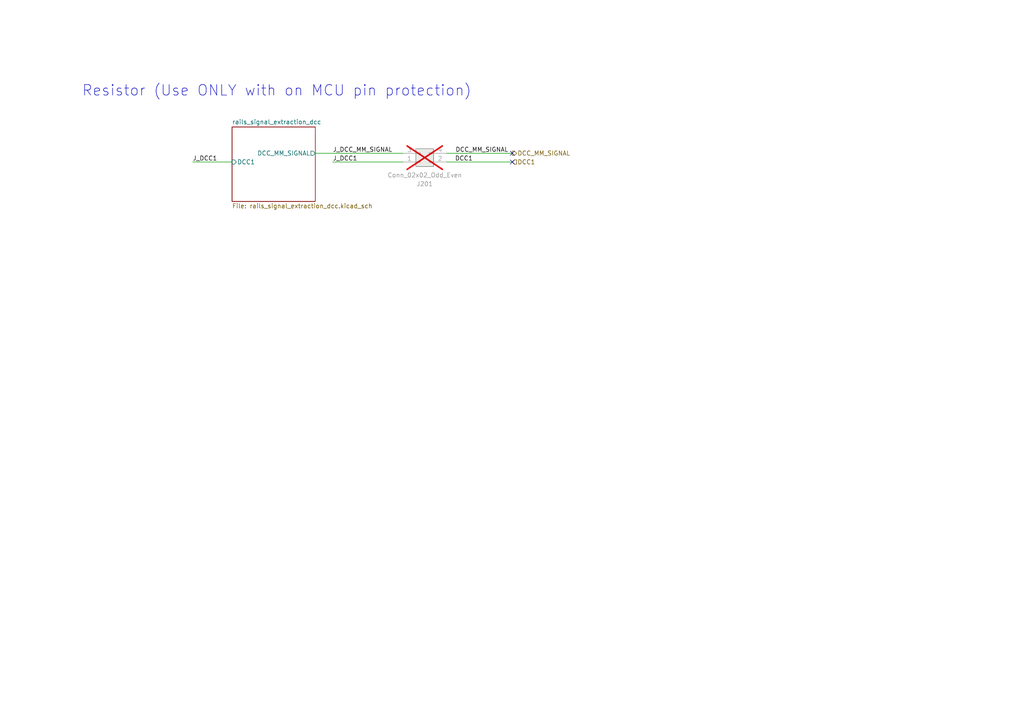
<source format=kicad_sch>
(kicad_sch
	(version 20231120)
	(generator "eeschema")
	(generator_version "8.0")
	(uuid "f9a870df-aaf2-427d-b524-30792058699c")
	(paper "A4")
	(title_block
		(title "xDuinoRail - LocDecoder - Development Kit")
		(date "2024-10-09")
		(rev "v0.2")
		(company "Chatelain Engineering, Bern - CH")
	)
	(lib_symbols
		(symbol "Connector_Generic:Conn_02x02_Odd_Even"
			(pin_names
				(offset 1.016) hide)
			(exclude_from_sim no)
			(in_bom yes)
			(on_board yes)
			(property "Reference" "J"
				(at 1.27 2.54 0)
				(effects
					(font
						(size 1.27 1.27)
					)
				)
			)
			(property "Value" "Conn_02x02_Odd_Even"
				(at 1.27 -5.08 0)
				(effects
					(font
						(size 1.27 1.27)
					)
				)
			)
			(property "Footprint" ""
				(at 0 0 0)
				(effects
					(font
						(size 1.27 1.27)
					)
					(hide yes)
				)
			)
			(property "Datasheet" "~"
				(at 0 0 0)
				(effects
					(font
						(size 1.27 1.27)
					)
					(hide yes)
				)
			)
			(property "Description" "Generic connector, double row, 02x02, odd/even pin numbering scheme (row 1 odd numbers, row 2 even numbers), script generated (kicad-library-utils/schlib/autogen/connector/)"
				(at 0 0 0)
				(effects
					(font
						(size 1.27 1.27)
					)
					(hide yes)
				)
			)
			(property "ki_keywords" "connector"
				(at 0 0 0)
				(effects
					(font
						(size 1.27 1.27)
					)
					(hide yes)
				)
			)
			(property "ki_fp_filters" "Connector*:*_2x??_*"
				(at 0 0 0)
				(effects
					(font
						(size 1.27 1.27)
					)
					(hide yes)
				)
			)
			(symbol "Conn_02x02_Odd_Even_1_1"
				(rectangle
					(start -1.27 -2.413)
					(end 0 -2.667)
					(stroke
						(width 0.1524)
						(type default)
					)
					(fill
						(type none)
					)
				)
				(rectangle
					(start -1.27 0.127)
					(end 0 -0.127)
					(stroke
						(width 0.1524)
						(type default)
					)
					(fill
						(type none)
					)
				)
				(rectangle
					(start -1.27 1.27)
					(end 3.81 -3.81)
					(stroke
						(width 0.254)
						(type default)
					)
					(fill
						(type background)
					)
				)
				(rectangle
					(start 3.81 -2.413)
					(end 2.54 -2.667)
					(stroke
						(width 0.1524)
						(type default)
					)
					(fill
						(type none)
					)
				)
				(rectangle
					(start 3.81 0.127)
					(end 2.54 -0.127)
					(stroke
						(width 0.1524)
						(type default)
					)
					(fill
						(type none)
					)
				)
				(pin passive line
					(at -5.08 0 0)
					(length 3.81)
					(name "Pin_1"
						(effects
							(font
								(size 1.27 1.27)
							)
						)
					)
					(number "1"
						(effects
							(font
								(size 1.27 1.27)
							)
						)
					)
				)
				(pin passive line
					(at 7.62 0 180)
					(length 3.81)
					(name "Pin_2"
						(effects
							(font
								(size 1.27 1.27)
							)
						)
					)
					(number "2"
						(effects
							(font
								(size 1.27 1.27)
							)
						)
					)
				)
				(pin passive line
					(at -5.08 -2.54 0)
					(length 3.81)
					(name "Pin_3"
						(effects
							(font
								(size 1.27 1.27)
							)
						)
					)
					(number "3"
						(effects
							(font
								(size 1.27 1.27)
							)
						)
					)
				)
				(pin passive line
					(at 7.62 -2.54 180)
					(length 3.81)
					(name "Pin_4"
						(effects
							(font
								(size 1.27 1.27)
							)
						)
					)
					(number "4"
						(effects
							(font
								(size 1.27 1.27)
							)
						)
					)
				)
			)
		)
	)
	(no_connect
		(at 148.59 44.45)
		(uuid "35a4560b-cbdc-4d2a-8a3f-632622e77f05")
	)
	(no_connect
		(at 148.59 46.99)
		(uuid "f8b67eca-162f-482f-b6d3-91ad8c63df4a")
	)
	(wire
		(pts
			(xy 129.54 44.45) (xy 148.59 44.45)
		)
		(stroke
			(width 0)
			(type default)
		)
		(uuid "2c33859a-135b-4760-96d6-09411e6c41ff")
	)
	(wire
		(pts
			(xy 55.88 46.99) (xy 67.31 46.99)
		)
		(stroke
			(width 0)
			(type default)
		)
		(uuid "4bc7a665-ed40-4dda-a1ba-155ba32fc4d6")
	)
	(wire
		(pts
			(xy 96.52 46.99) (xy 116.84 46.99)
		)
		(stroke
			(width 0)
			(type default)
		)
		(uuid "63ee7761-2808-464e-bd61-4691ec81eea5")
	)
	(wire
		(pts
			(xy 129.54 46.99) (xy 148.59 46.99)
		)
		(stroke
			(width 0)
			(type default)
		)
		(uuid "a7bb27de-4477-4491-9fd5-b09a02378f82")
	)
	(wire
		(pts
			(xy 91.44 44.45) (xy 116.84 44.45)
		)
		(stroke
			(width 0)
			(type default)
		)
		(uuid "b1b10933-8bd6-4ee7-bf1c-8ad1d4dfcc60")
	)
	(text "Resistor (Use ONLY with on MCU pin protection)"
		(exclude_from_sim no)
		(at 80.264 26.416 0)
		(effects
			(font
				(size 3.048 3.048)
			)
		)
		(uuid "7d6dbf59-db98-4e12-97af-be371ee8b05a")
	)
	(label "J_DCC1"
		(at 96.52 46.99 0)
		(effects
			(font
				(size 1.27 1.27)
			)
			(justify left bottom)
		)
		(uuid "30b7ccc4-cb33-41b3-a886-763e3280bf2c")
	)
	(label "J_DCC1"
		(at 55.88 46.99 0)
		(effects
			(font
				(size 1.27 1.27)
			)
			(justify left bottom)
		)
		(uuid "327c2f2a-3e51-4b05-95ba-ecf3b273e7a4")
	)
	(label "DCC_MM_SIGNAL"
		(at 132.08 44.45 0)
		(effects
			(font
				(size 1.27 1.27)
			)
			(justify left bottom)
		)
		(uuid "5ae3dec0-e789-4635-a513-53a09743064d")
	)
	(label "DCC1"
		(at 137.16 46.99 180)
		(effects
			(font
				(size 1.27 1.27)
			)
			(justify right bottom)
		)
		(uuid "c0200aaf-df02-47ef-b616-9fadc9e2911b")
	)
	(label "J_DCC_MM_SIGNAL"
		(at 96.52 44.45 0)
		(effects
			(font
				(size 1.27 1.27)
			)
			(justify left bottom)
		)
		(uuid "e3654c44-2d64-48fe-b3cb-e07c35b0d72f")
	)
	(hierarchical_label "DCC1"
		(shape input)
		(at 148.59 46.99 0)
		(effects
			(font
				(size 1.27 1.27)
			)
			(justify left)
		)
		(uuid "827c8846-d5e6-429f-b4c6-50294e2f7a45")
	)
	(hierarchical_label "DCC_MM_SIGNAL"
		(shape output)
		(at 148.59 44.45 0)
		(effects
			(font
				(size 1.27 1.27)
			)
			(justify left)
		)
		(uuid "d6124e1d-1e63-4d11-b2e7-45fd7d8fcedb")
	)
	(symbol
		(lib_id "Connector_Generic:Conn_02x02_Odd_Even")
		(at 121.92 46.99 0)
		(mirror x)
		(unit 1)
		(exclude_from_sim yes)
		(in_bom no)
		(on_board yes)
		(dnp yes)
		(uuid "e34b0d3b-4c09-460e-a824-94c9a7d4c7c6")
		(property "Reference" "J201"
			(at 123.19 53.34 0)
			(effects
				(font
					(size 1.27 1.27)
				)
			)
		)
		(property "Value" "Conn_02x02_Odd_Even"
			(at 123.19 50.8 0)
			(effects
				(font
					(size 1.27 1.27)
				)
			)
		)
		(property "Footprint" "xDuinoRail:PinHeaderJP_1x02_P2.54mm_Vertical"
			(at 121.92 46.99 0)
			(effects
				(font
					(size 1.27 1.27)
				)
				(hide yes)
			)
		)
		(property "Datasheet" "~"
			(at 121.92 46.99 0)
			(effects
				(font
					(size 1.27 1.27)
				)
				(hide yes)
			)
		)
		(property "Description" "Generic connector, double row, 02x02, odd/even pin numbering scheme (row 1 odd numbers, row 2 even numbers), script generated (kicad-library-utils/schlib/autogen/connector/)"
			(at 121.92 46.99 0)
			(effects
				(font
					(size 1.27 1.27)
				)
				(hide yes)
			)
		)
		(property "P/N" ""
			(at 121.92 46.99 0)
			(effects
				(font
					(size 1.27 1.27)
				)
				(hide yes)
			)
		)
		(pin "1"
			(uuid "63760a82-996e-4424-90e3-6fc3bbddb82a")
		)
		(pin "4"
			(uuid "06647255-20e2-43f7-92d1-4bd5c6176737")
		)
		(pin "3"
			(uuid "879d8899-0241-46d7-9231-f25707600c06")
		)
		(pin "2"
			(uuid "18098dfb-d6f9-4829-8fc5-30b4d7684b6b")
		)
		(instances
			(project "rails_signal_extraction_dcc-test"
				(path "/f9a870df-aaf2-427d-b524-30792058699c"
					(reference "J201")
					(unit 1)
				)
			)
			(project ""
				(path "/fb33ec4e-6596-45d2-a121-8d3475acd69a/b23a7a80-dec5-4402-8b89-21ac006b94b5"
					(reference "J1001")
					(unit 1)
				)
				(path "/fb33ec4e-6596-45d2-a121-8d3475acd69a/b23a7a80-dec5-4402-8b89-21ac006b94b5/3f6df3ac-cacb-4a62-a6cd-afb105728627"
					(reference "J1401")
					(unit 1)
				)
			)
		)
	)
	(sheet
		(at 67.31 36.83)
		(size 24.13 21.59)
		(fields_autoplaced yes)
		(stroke
			(width 0.1524)
			(type solid)
		)
		(fill
			(color 0 0 0 0.0000)
		)
		(uuid "2112ffae-5e6c-42bd-91fd-dac3de454b63")
		(property "Sheetname" "rails_signal_extraction_dcc"
			(at 67.31 36.1184 0)
			(effects
				(font
					(size 1.27 1.27)
				)
				(justify left bottom)
			)
		)
		(property "Sheetfile" "rails_signal_extraction_dcc.kicad_sch"
			(at 67.31 59.0046 0)
			(effects
				(font
					(size 1.27 1.27)
				)
				(justify left top)
			)
		)
		(pin "DCC1" input
			(at 67.31 46.99 180)
			(effects
				(font
					(size 1.27 1.27)
				)
				(justify left)
			)
			(uuid "8272f5ed-63e8-422c-8566-b2904a6777ea")
		)
		(pin "DCC_MM_SIGNAL" output
			(at 91.44 44.45 0)
			(effects
				(font
					(size 1.27 1.27)
				)
				(justify right)
			)
			(uuid "5738acff-2749-420a-959a-60ad878a9ac3")
		)
		(instances
			(project "rails_signal_extraction_dcc_test"
				(path "/f9a870df-aaf2-427d-b524-30792058699c"
					(page "2")
				)
			)
			(project ""
				(path "/3f6df3ac-cacb-4a62-a6cd-afb105728627"
					(page "#")
				)
			)
			(project ""
				(path "/b23a7a80-dec5-4402-8b89-21ac006b94b5/3f6df3ac-cacb-4a62-a6cd-afb105728627"
					(page "#")
				)
			)
			(project "xDuinoRail-Accessory-Dev"
				(path "/fb33ec4e-6596-45d2-a121-8d3475acd69a/b23a7a80-dec5-4402-8b89-21ac006b94b5/3f6df3ac-cacb-4a62-a6cd-afb105728627"
					(page "14")
				)
			)
		)
	)
)

</source>
